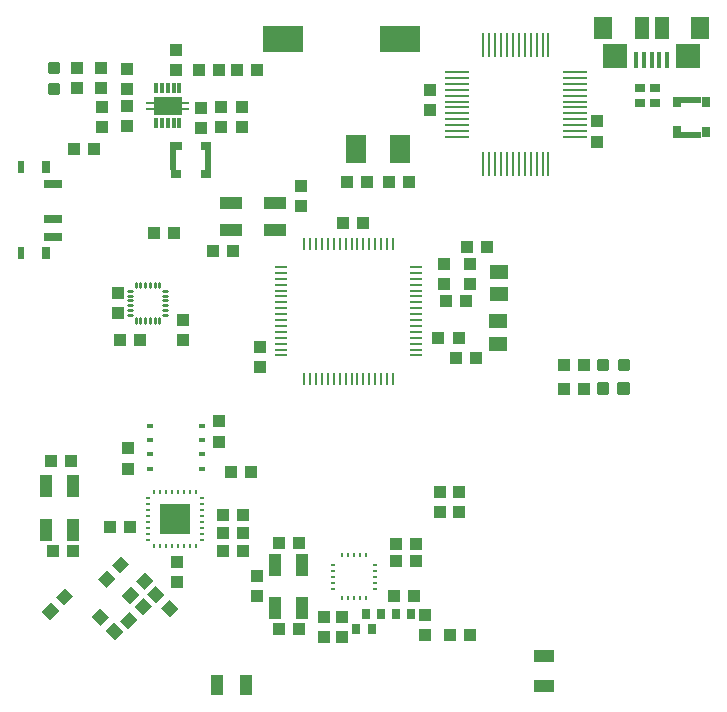
<source format=gtp>
G75*
%MOIN*%
%OFA0B0*%
%FSLAX25Y25*%
%IPPOS*%
%LPD*%
%AMOC8*
5,1,8,0,0,1.08239X$1,22.5*
%
%ADD10R,0.03937X0.04331*%
%ADD11R,0.04331X0.03937*%
%ADD12R,0.02165X0.06693*%
%ADD13R,0.03937X0.02756*%
%ADD14R,0.03740X0.02756*%
%ADD15R,0.05906X0.05118*%
%ADD16C,0.01181*%
%ADD17R,0.04331X0.01122*%
%ADD18R,0.01122X0.04331*%
%ADD19R,0.01169X0.03346*%
%ADD20R,0.02756X0.01102*%
%ADD21R,0.09448X0.06496*%
%ADD22R,0.06693X0.09449*%
%ADD23R,0.07480X0.04331*%
%ADD24R,0.03937X0.06693*%
%ADD25R,0.06693X0.03937*%
%ADD26R,0.02756X0.03543*%
%ADD27R,0.04331X0.07480*%
%ADD28R,0.02362X0.01575*%
%ADD29C,0.00906*%
%ADD30R,0.05906X0.02756*%
%ADD31R,0.02362X0.03937*%
%ADD32R,0.03150X0.03937*%
%ADD33R,0.01575X0.00984*%
%ADD34R,0.00984X0.01575*%
%ADD35R,0.10000X0.10000*%
%ADD36R,0.00787X0.07874*%
%ADD37R,0.07874X0.00787*%
%ADD38R,0.01575X0.05315*%
%ADD39R,0.08268X0.07874*%
%ADD40R,0.06299X0.07480*%
%ADD41R,0.04724X0.07480*%
%ADD42R,0.13189X0.08504*%
%ADD43R,0.03543X0.02756*%
%ADD44R,0.06693X0.02165*%
%ADD45R,0.02756X0.03937*%
%ADD46R,0.02756X0.03740*%
D10*
X0110700Y0081154D03*
X0110700Y0087846D03*
X0137500Y0083046D03*
X0137500Y0076354D03*
X0159900Y0069546D03*
X0165900Y0069546D03*
X0165900Y0062854D03*
X0159900Y0062854D03*
X0193600Y0063454D03*
X0193600Y0070146D03*
X0198600Y0104354D03*
X0204700Y0104354D03*
X0204700Y0111046D03*
X0198600Y0111046D03*
X0138500Y0152854D03*
X0138500Y0159546D03*
X0112700Y0161854D03*
X0112700Y0168546D03*
X0091000Y0170754D03*
X0091000Y0177446D03*
X0124700Y0134646D03*
X0124700Y0127954D03*
X0094500Y0125646D03*
X0094500Y0118954D03*
X0152200Y0206454D03*
X0152200Y0213146D03*
X0132600Y0232854D03*
X0132600Y0239546D03*
X0125400Y0239446D03*
X0125400Y0232754D03*
X0118700Y0232554D03*
X0118700Y0239246D03*
X0110600Y0251854D03*
X0110600Y0258546D03*
X0094000Y0252246D03*
X0094000Y0245554D03*
X0094000Y0239746D03*
X0085900Y0239546D03*
X0085900Y0232854D03*
X0094000Y0233054D03*
X0085500Y0245854D03*
X0085500Y0252546D03*
X0077500Y0252446D03*
X0077500Y0245754D03*
X0195000Y0245246D03*
X0195000Y0238554D03*
X0199900Y0187046D03*
X0199900Y0180354D03*
X0208400Y0180554D03*
X0208400Y0187246D03*
X0250800Y0227954D03*
X0250800Y0234646D03*
D11*
G36*
X0065712Y0071295D02*
X0068773Y0074356D01*
X0071556Y0071573D01*
X0068495Y0068512D01*
X0065712Y0071295D01*
G37*
G36*
X0070444Y0076027D02*
X0073505Y0079088D01*
X0076288Y0076305D01*
X0073227Y0073244D01*
X0070444Y0076027D01*
G37*
X0069454Y0091300D03*
X0076146Y0091300D03*
G36*
X0084312Y0081995D02*
X0087373Y0085056D01*
X0090156Y0082273D01*
X0087095Y0079212D01*
X0084312Y0081995D01*
G37*
G36*
X0089044Y0086727D02*
X0092105Y0089788D01*
X0094888Y0087005D01*
X0091827Y0083944D01*
X0089044Y0086727D01*
G37*
G36*
X0092412Y0076595D02*
X0095473Y0079656D01*
X0098256Y0076873D01*
X0095195Y0073812D01*
X0092412Y0076595D01*
G37*
G36*
X0102388Y0073105D02*
X0099327Y0070044D01*
X0096544Y0072827D01*
X0099605Y0075888D01*
X0102388Y0073105D01*
G37*
G36*
X0103873Y0074044D02*
X0100812Y0077105D01*
X0103595Y0079888D01*
X0106656Y0076827D01*
X0103873Y0074044D01*
G37*
G36*
X0108605Y0069312D02*
X0105544Y0072373D01*
X0108327Y0075156D01*
X0111388Y0072095D01*
X0108605Y0069312D01*
G37*
G36*
X0097144Y0081327D02*
X0100205Y0084388D01*
X0102988Y0081605D01*
X0099927Y0078544D01*
X0097144Y0081327D01*
G37*
G36*
X0097656Y0068373D02*
X0094595Y0065312D01*
X0091812Y0068095D01*
X0094873Y0071156D01*
X0097656Y0068373D01*
G37*
G36*
X0089927Y0067656D02*
X0092988Y0064595D01*
X0090205Y0061812D01*
X0087144Y0064873D01*
X0089927Y0067656D01*
G37*
G36*
X0085195Y0072388D02*
X0088256Y0069327D01*
X0085473Y0066544D01*
X0082412Y0069605D01*
X0085195Y0072388D01*
G37*
X0088454Y0099600D03*
X0095146Y0099600D03*
X0075446Y0121300D03*
X0068754Y0121300D03*
X0091754Y0161700D03*
X0098446Y0161700D03*
X0122854Y0191600D03*
X0129546Y0191600D03*
X0109946Y0197400D03*
X0103254Y0197400D03*
X0083146Y0225600D03*
X0076454Y0225600D03*
X0118254Y0251700D03*
X0124946Y0251700D03*
X0130654Y0251700D03*
X0137346Y0251700D03*
X0167554Y0214600D03*
X0174246Y0214600D03*
X0181454Y0214600D03*
X0188146Y0214600D03*
X0172746Y0200800D03*
X0166054Y0200800D03*
X0200354Y0174900D03*
X0207046Y0174900D03*
X0204646Y0162600D03*
X0197954Y0162600D03*
X0203854Y0155700D03*
X0210546Y0155700D03*
X0239754Y0153400D03*
X0246446Y0153400D03*
X0246446Y0145600D03*
X0239754Y0145600D03*
X0214246Y0192900D03*
X0207554Y0192900D03*
X0135546Y0117700D03*
X0128854Y0117700D03*
X0126254Y0103500D03*
X0132946Y0103500D03*
X0132946Y0097400D03*
X0132946Y0091600D03*
X0126254Y0091600D03*
X0126254Y0097400D03*
X0144754Y0094100D03*
X0151446Y0094100D03*
X0183654Y0093800D03*
X0183654Y0088100D03*
X0190346Y0088100D03*
X0190346Y0093800D03*
X0189746Y0076300D03*
X0183054Y0076300D03*
X0201854Y0063500D03*
X0208546Y0063500D03*
X0151546Y0065300D03*
X0144854Y0065300D03*
D12*
X0121207Y0221800D03*
X0109593Y0221800D03*
D13*
X0110479Y0226524D03*
D14*
X0110380Y0217076D03*
X0120420Y0217076D03*
X0120420Y0226524D03*
D15*
X0218000Y0184540D03*
X0218000Y0177060D03*
X0217900Y0168040D03*
X0217900Y0160560D03*
D16*
X0251469Y0154778D02*
X0251469Y0152022D01*
X0251469Y0154778D02*
X0254225Y0154778D01*
X0254225Y0152022D01*
X0251469Y0152022D01*
X0251469Y0153202D02*
X0254225Y0153202D01*
X0254225Y0154382D02*
X0251469Y0154382D01*
X0258375Y0154778D02*
X0258375Y0152022D01*
X0258375Y0154778D02*
X0261131Y0154778D01*
X0261131Y0152022D01*
X0258375Y0152022D01*
X0258375Y0153202D02*
X0261131Y0153202D01*
X0261131Y0154382D02*
X0258375Y0154382D01*
X0258275Y0146978D02*
X0258275Y0144222D01*
X0258275Y0146978D02*
X0261031Y0146978D01*
X0261031Y0144222D01*
X0258275Y0144222D01*
X0258275Y0145402D02*
X0261031Y0145402D01*
X0261031Y0146582D02*
X0258275Y0146582D01*
X0251369Y0146978D02*
X0251369Y0144222D01*
X0251369Y0146978D02*
X0254125Y0146978D01*
X0254125Y0144222D01*
X0251369Y0144222D01*
X0251369Y0145402D02*
X0254125Y0145402D01*
X0254125Y0146582D02*
X0251369Y0146582D01*
X0071078Y0246925D02*
X0068322Y0246925D01*
X0071078Y0246925D02*
X0071078Y0244169D01*
X0068322Y0244169D01*
X0068322Y0246925D01*
X0068322Y0245349D02*
X0071078Y0245349D01*
X0071078Y0246529D02*
X0068322Y0246529D01*
X0068322Y0253831D02*
X0071078Y0253831D01*
X0071078Y0251075D01*
X0068322Y0251075D01*
X0068322Y0253831D01*
X0068322Y0252255D02*
X0071078Y0252255D01*
X0071078Y0253435D02*
X0068322Y0253435D01*
D17*
X0145559Y0186164D03*
X0145559Y0184195D03*
X0145559Y0182227D03*
X0145559Y0180258D03*
X0145559Y0178290D03*
X0145559Y0176321D03*
X0145559Y0174353D03*
X0145559Y0172384D03*
X0145559Y0170416D03*
X0145559Y0168447D03*
X0145559Y0166479D03*
X0145559Y0164510D03*
X0145559Y0162542D03*
X0145559Y0160573D03*
X0145559Y0158605D03*
X0145559Y0156636D03*
X0190441Y0156636D03*
X0190441Y0158605D03*
X0190441Y0160573D03*
X0190441Y0162542D03*
X0190441Y0164510D03*
X0190441Y0166479D03*
X0190441Y0168447D03*
X0190441Y0170416D03*
X0190441Y0172384D03*
X0190441Y0174353D03*
X0190441Y0176321D03*
X0190441Y0178290D03*
X0190441Y0180258D03*
X0190441Y0182227D03*
X0190441Y0184195D03*
X0190441Y0186164D03*
D18*
X0182764Y0193841D03*
X0180795Y0193841D03*
X0178827Y0193841D03*
X0176858Y0193841D03*
X0174890Y0193841D03*
X0172921Y0193841D03*
X0170953Y0193841D03*
X0168984Y0193841D03*
X0167016Y0193841D03*
X0165047Y0193841D03*
X0163079Y0193841D03*
X0161110Y0193841D03*
X0159142Y0193841D03*
X0157173Y0193841D03*
X0155205Y0193841D03*
X0153236Y0193841D03*
X0153236Y0148959D03*
X0155205Y0148959D03*
X0157173Y0148959D03*
X0159142Y0148959D03*
X0161110Y0148959D03*
X0163079Y0148959D03*
X0165047Y0148959D03*
X0167016Y0148959D03*
X0168984Y0148959D03*
X0170953Y0148959D03*
X0172921Y0148959D03*
X0174890Y0148959D03*
X0176858Y0148959D03*
X0178827Y0148959D03*
X0180795Y0148959D03*
X0182764Y0148959D03*
D19*
X0111637Y0234093D03*
X0109669Y0234093D03*
X0107700Y0234093D03*
X0105731Y0234093D03*
X0103763Y0234093D03*
X0103763Y0245707D03*
X0105731Y0245707D03*
X0107700Y0245707D03*
X0109669Y0245707D03*
X0111637Y0245707D03*
D20*
X0113606Y0240884D03*
X0113606Y0238916D03*
X0101794Y0238916D03*
X0101794Y0240884D03*
D21*
X0107700Y0239900D03*
D22*
X0170617Y0225600D03*
X0185183Y0225600D03*
D23*
X0143483Y0207628D03*
X0143483Y0198572D03*
X0128917Y0198572D03*
X0128917Y0207628D03*
D24*
X0133821Y0046800D03*
X0123979Y0046800D03*
D25*
X0233100Y0046479D03*
X0233100Y0056321D03*
D26*
X0188959Y0070600D03*
X0183841Y0070600D03*
X0178859Y0070600D03*
X0173741Y0070600D03*
X0175759Y0065400D03*
X0170641Y0065400D03*
D27*
X0152628Y0072317D03*
X0143572Y0072317D03*
X0143572Y0086883D03*
X0152628Y0086883D03*
X0076128Y0098617D03*
X0067072Y0098617D03*
X0067072Y0113183D03*
X0076128Y0113183D03*
D28*
X0101739Y0118913D03*
X0101739Y0123638D03*
X0101739Y0128362D03*
X0101739Y0133087D03*
X0119061Y0133087D03*
X0119061Y0128362D03*
X0119061Y0123638D03*
X0119061Y0118913D03*
D29*
X0104937Y0167566D02*
X0104937Y0169022D01*
X0103362Y0169022D02*
X0103362Y0167566D01*
X0101787Y0167566D02*
X0101787Y0169022D01*
X0100213Y0169022D02*
X0100213Y0167566D01*
X0098638Y0167566D02*
X0098638Y0169022D01*
X0097063Y0169022D02*
X0097063Y0167566D01*
X0095822Y0170263D02*
X0094366Y0170263D01*
X0094366Y0171838D02*
X0095822Y0171838D01*
X0095822Y0173413D02*
X0094366Y0173413D01*
X0094366Y0174987D02*
X0095822Y0174987D01*
X0095822Y0176562D02*
X0094366Y0176562D01*
X0094366Y0178137D02*
X0095822Y0178137D01*
X0097063Y0179378D02*
X0097063Y0180834D01*
X0098638Y0180834D02*
X0098638Y0179378D01*
X0100213Y0179378D02*
X0100213Y0180834D01*
X0101787Y0180834D02*
X0101787Y0179378D01*
X0103362Y0179378D02*
X0103362Y0180834D01*
X0104937Y0180834D02*
X0104937Y0179378D01*
X0106178Y0178137D02*
X0107634Y0178137D01*
X0107634Y0176562D02*
X0106178Y0176562D01*
X0106178Y0174987D02*
X0107634Y0174987D01*
X0107634Y0173413D02*
X0106178Y0173413D01*
X0106178Y0171838D02*
X0107634Y0171838D01*
X0107634Y0170263D02*
X0106178Y0170263D01*
D30*
X0069590Y0196242D03*
X0069590Y0202147D03*
X0069590Y0213958D03*
D31*
X0058763Y0219470D03*
X0058763Y0190730D03*
D32*
X0067031Y0190730D03*
X0067031Y0219470D03*
D33*
X0101045Y0108990D03*
X0101045Y0107021D03*
X0101045Y0105053D03*
X0101045Y0103084D03*
X0101045Y0101116D03*
X0101045Y0099147D03*
X0101045Y0097179D03*
X0101045Y0095210D03*
X0119155Y0095210D03*
X0119155Y0097179D03*
X0119155Y0099147D03*
X0119155Y0101116D03*
X0119155Y0103084D03*
X0119155Y0105053D03*
X0119155Y0107021D03*
X0119155Y0108990D03*
X0162713Y0086837D03*
X0162713Y0084869D03*
X0162713Y0082900D03*
X0162713Y0080931D03*
X0162713Y0078963D03*
X0176887Y0078963D03*
X0176887Y0080931D03*
X0176887Y0082900D03*
X0176887Y0084869D03*
X0176887Y0086837D03*
D34*
X0173737Y0089987D03*
X0171769Y0089987D03*
X0169800Y0089987D03*
X0167831Y0089987D03*
X0165863Y0089987D03*
X0165863Y0075813D03*
X0167831Y0075813D03*
X0169800Y0075813D03*
X0171769Y0075813D03*
X0173737Y0075813D03*
X0116990Y0093045D03*
X0115021Y0093045D03*
X0113053Y0093045D03*
X0111084Y0093045D03*
X0109116Y0093045D03*
X0107147Y0093045D03*
X0105179Y0093045D03*
X0103210Y0093045D03*
X0103210Y0111155D03*
X0105179Y0111155D03*
X0107147Y0111155D03*
X0109116Y0111155D03*
X0111084Y0111155D03*
X0113053Y0111155D03*
X0115021Y0111155D03*
X0116990Y0111155D03*
D35*
X0110100Y0102100D03*
D36*
X0212973Y0220615D03*
X0214942Y0220615D03*
X0216910Y0220615D03*
X0218879Y0220615D03*
X0220847Y0220615D03*
X0222816Y0220615D03*
X0224784Y0220615D03*
X0226753Y0220615D03*
X0228721Y0220615D03*
X0230690Y0220615D03*
X0232658Y0220615D03*
X0234627Y0220615D03*
X0234627Y0259985D03*
X0232658Y0259985D03*
X0230690Y0259985D03*
X0228721Y0259985D03*
X0226753Y0259985D03*
X0224784Y0259985D03*
X0222816Y0259985D03*
X0220847Y0259985D03*
X0218879Y0259985D03*
X0216910Y0259985D03*
X0214942Y0259985D03*
X0212973Y0259985D03*
D37*
X0204115Y0251127D03*
X0204115Y0249158D03*
X0204115Y0247190D03*
X0204115Y0245221D03*
X0204115Y0243253D03*
X0204115Y0241284D03*
X0204115Y0239316D03*
X0204115Y0237347D03*
X0204115Y0235379D03*
X0204115Y0233410D03*
X0204115Y0231442D03*
X0204115Y0229473D03*
X0243485Y0229473D03*
X0243485Y0231442D03*
X0243485Y0233410D03*
X0243485Y0235379D03*
X0243485Y0237347D03*
X0243485Y0239316D03*
X0243485Y0241284D03*
X0243485Y0243253D03*
X0243485Y0245221D03*
X0243485Y0247190D03*
X0243485Y0249158D03*
X0243485Y0251127D03*
D38*
X0263882Y0255260D03*
X0266441Y0255260D03*
X0269000Y0255260D03*
X0271559Y0255260D03*
X0274118Y0255260D03*
D39*
X0281205Y0256539D03*
X0256795Y0256539D03*
D40*
X0252858Y0265791D03*
X0285142Y0265791D03*
D41*
X0272346Y0265791D03*
X0265654Y0265791D03*
D42*
X0184990Y0262100D03*
X0146210Y0262100D03*
D43*
X0265200Y0245959D03*
X0270200Y0245959D03*
X0270200Y0240841D03*
X0265200Y0240841D03*
D44*
X0282300Y0241807D03*
X0282300Y0230193D03*
D45*
X0277576Y0231079D03*
D46*
X0287024Y0230980D03*
X0287024Y0241020D03*
X0277576Y0241020D03*
M02*

</source>
